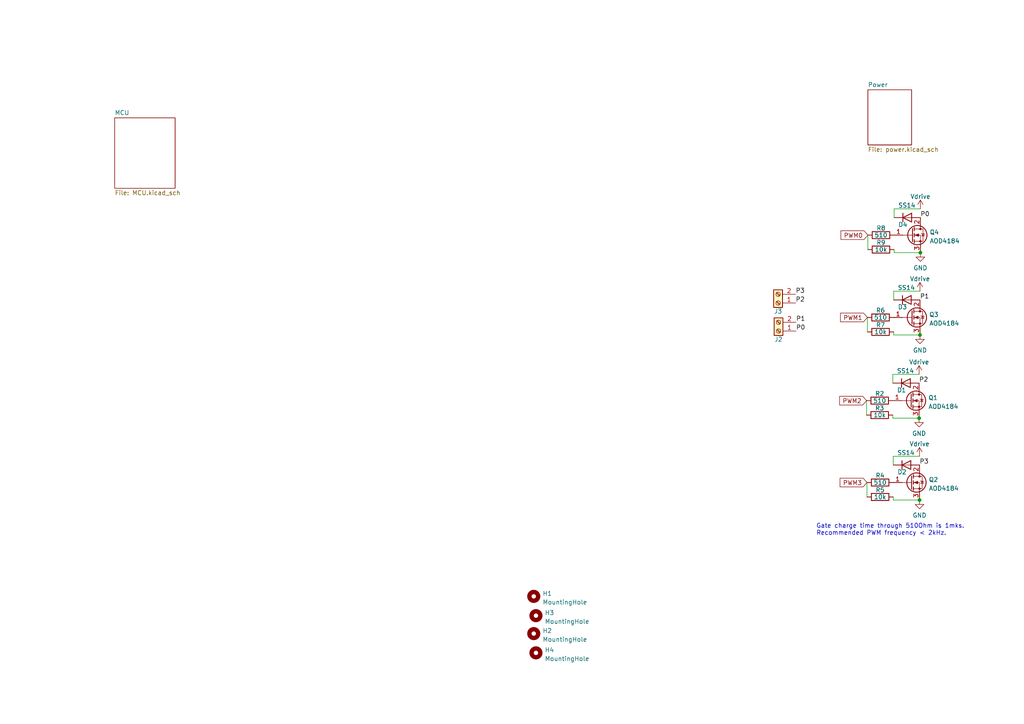
<source format=kicad_sch>
(kicad_sch (version 20211123) (generator eeschema)
  (paper "A4")
  (lib_symbols
    (symbol "Connector:Screw_Terminal_01x02" (pin_names (offset 1.016) hide)
      (property "Reference" "J" (at 0 2.54 0))
      (property "Value" "Screw_Terminal_01x02" (at 0 -5.08 0))
      (symbol "Screw_Terminal_01x02_1_1"
        (rectangle (start -1.27 1.27) (end 1.27 -3.81) (stroke (width 0.254)) (fill (type background)))
        (circle (center 0 -2.54) (radius 0.635) (stroke (width 0.1524)))
        (polyline (pts (xy -0.5334 -2.2098) (xy 0.3302 -3.048)) (stroke (width 0.1524)))
        (polyline (pts (xy -0.5334 0.3302) (xy 0.3302 -0.508)) (stroke (width 0.1524)))
        (polyline (pts (xy -0.3556 -2.032) (xy 0.508 -2.8702)) (stroke (width 0.1524)))
        (polyline (pts (xy -0.3556 0.508) (xy 0.508 -0.3302)) (stroke (width 0.1524)))
        (circle (center 0 0) (radius 0.635) (stroke (width 0.1524)))
        (pin passive line (at -5.08 0 0) (length 3.81) (name "Pin_1") (number "1"))
        (pin passive line (at -5.08 -2.54 0) (length 3.81) (name "Pin_2") (number "2"))
      )
    )
    (symbol "Device:D" (pin_numbers hide) (pin_names (offset 1.016) hide)
      (property "Reference" "D" (at 0 2.54 0))
      (property "Value" "D" (at 0 -2.54 0))
      (symbol "D_0_1"
        (polyline (pts (xy -1.27 1.27) (xy -1.27 -1.27)) (stroke (width 0.254)))
        (polyline (pts (xy 1.27 0) (xy -1.27 0)))
        (polyline (pts (xy 1.27 1.27) (xy 1.27 -1.27) (xy -1.27 0) (xy 1.27 1.27)) (stroke (width 0.254)))
      )
      (symbol "D_1_1"
        (pin passive line (at -3.81 0 0) (length 2.54) (name "K") (number "1"))
        (pin passive line (at 3.81 0 180) (length 2.54) (name "A") (number "2"))
      )
    )
    (symbol "Device:Q_NMOS_GDS" (pin_names (offset 0) hide)
      (property "Reference" "Q" (at 5.08 1.27 0))
      (property "Value" "Q_NMOS_GDS" (at 5.08 -1.27 0))
      (symbol "Q_NMOS_GDS_0_1"
        (polyline (pts (xy 0.254 0) (xy -2.54 0)))
        (polyline (pts (xy 0.254 1.905) (xy 0.254 -1.905)) (stroke (width 0.254)))
        (polyline (pts (xy 0.762 -1.27) (xy 0.762 -2.286)) (stroke (width 0.254)))
        (polyline (pts (xy 0.762 0.508) (xy 0.762 -0.508)) (stroke (width 0.254)))
        (polyline (pts (xy 0.762 2.286) (xy 0.762 1.27)) (stroke (width 0.254)))
        (polyline (pts (xy 2.54 2.54) (xy 2.54 1.778)))
        (polyline (pts (xy 2.54 -2.54) (xy 2.54 0) (xy 0.762 0)))
        (polyline (pts (xy 0.762 -1.778) (xy 3.302 -1.778) (xy 3.302 1.778) (xy 0.762 1.778)))
        (polyline (pts (xy 1.016 0) (xy 2.032 0.381) (xy 2.032 -0.381) (xy 1.016 0)) (fill (type outline)))
        (polyline (pts (xy 2.794 0.508) (xy 2.921 0.381) (xy 3.683 0.381) (xy 3.81 0.254)))
        (polyline (pts (xy 3.302 0.381) (xy 2.921 -0.254) (xy 3.683 -0.254) (xy 3.302 0.381)))
        (circle (center 1.651 0) (radius 2.794) (stroke (width 0.254)))
        (circle (center 2.54 -1.778) (radius 0.254) (fill (type outline)))
        (circle (center 2.54 1.778) (radius 0.254) (fill (type outline)))
      )
      (symbol "Q_NMOS_GDS_1_1"
        (pin input line (at -5.08 0 0) (length 2.54) (name "G") (number "1"))
        (pin passive line (at 2.54 5.08 270) (length 2.54) (name "D") (number "2"))
        (pin passive line (at 2.54 -5.08 90) (length 2.54) (name "S") (number "3"))
      )
    )
    (symbol "Device:R" (pin_numbers hide) (pin_names (offset 0))
      (property "Reference" "R" (at 2.032 0 90))
      (property "Value" "R" (at 0 0 90))
      (symbol "R_0_1"
        (rectangle (start -1.016 -2.54) (end 1.016 2.54) (stroke (width 0.254)))
      )
      (symbol "R_1_1"
        (pin passive line (at 0 3.81 270) (length 1.27) (name "~") (number "1"))
        (pin passive line (at 0 -3.81 90) (length 1.27) (name "~") (number "2"))
      )
    )
    (symbol "Mechanical:MountingHole" (pin_names (offset 1.016))
      (property "Reference" "H" (at 0 5.08 0))
      (property "Value" "MountingHole" (at 0 3.175 0))
      (symbol "MountingHole_0_1"
        (circle (center 0 0) (radius 1.27) (stroke (width 1.27)))
      )
    )
    (symbol "power:GND" (power) (pin_names (offset 0))
      (property "Value" "GND" (at 0 -3.81 0))
      (symbol "GND_0_1"
        (polyline (pts (xy 0 0) (xy 0 -1.27) (xy 1.27 -1.27) (xy 0 -2.54) (xy -1.27 -1.27) (xy 0 -1.27)))
      )
      (symbol "GND_1_1"
        (pin power_in line (at 0 0 270) (length 0) hide (name "GND") (number "1"))
      )
    )
    (symbol "power:Vdrive" (power) (pin_names (offset 0))
      (property "Value" "Vdrive" (at 0 3.81 0))
      (symbol "Vdrive_0_1"
        (polyline (pts (xy -0.762 1.27) (xy 0 2.54)))
        (polyline (pts (xy 0 0) (xy 0 2.54)))
        (polyline (pts (xy 0 2.54) (xy 0.762 1.27)))
      )
      (symbol "Vdrive_1_1"
        (pin power_in line (at 0 0 90) (length 0) hide (name "Vdrive") (number "1"))
      )
    )
  )
  (junction (at 266.954 73.279))
  (junction (at 266.827 97.155))
  (junction (at 266.573 121.285))
  (junction (at 266.7 145.034))
  (wire (pts (xy 259.08 132.334) (xy 259.08 134.874)))
  (wire (pts (xy 266.954 60.579) (xy 259.334 60.579)))
  (wire (pts (xy 259.334 73.279) (xy 259.334 72.39)))
  (wire (pts (xy 259.207 84.455) (xy 259.207 86.995)))
  (wire (pts (xy 251.46 139.954) (xy 251.46 144.145)))
  (wire (pts (xy 259.207 97.155) (xy 259.207 96.266)))
  (wire (pts (xy 266.954 73.279) (xy 259.334 73.279)))
  (wire (pts (xy 251.333 116.205) (xy 251.333 120.396)))
  (wire (pts (xy 266.827 84.455) (xy 259.207 84.455)))
  (wire (pts (xy 259.334 60.579) (xy 259.334 63.119)))
  (wire (pts (xy 251.714 68.199) (xy 251.714 72.39)))
  (wire (pts (xy 251.587 92.075) (xy 251.587 96.266)))
  (wire (pts (xy 266.7 132.334) (xy 259.08 132.334)))
  (wire (pts (xy 266.573 108.585) (xy 258.953 108.585)))
  (wire (pts (xy 259.08 145.034) (xy 259.08 144.145)))
  (wire (pts (xy 258.953 108.585) (xy 258.953 111.125)))
  (wire (pts (xy 266.827 97.155) (xy 259.207 97.155)))
  (wire (pts (xy 266.7 145.034) (xy 259.08 145.034)))
  (wire (pts (xy 258.953 121.285) (xy 258.953 120.396)))
  (wire (pts (xy 266.573 121.285) (xy 258.953 121.285)))
  (text "Gate charge time through 510Ohm is 1mks.\nRecommended PWM frequency < 2kHz." (at 236.728 155.448 0) (effects (font (size 1.27 1.27)) (justify left bottom)))
  (label "P3" (at 230.759 85.344 0))
  (label "P2" (at 230.759 87.884 0))
  (label "P3" (at 266.7 134.874 0))
  (label "P1" (at 266.827 86.995 0))
  (label "P2" (at 266.573 111.125 0))
  (label "P1" (at 230.886 93.472 0))
  (label "P0" (at 230.886 96.012 0))
  (label "P0" (at 266.954 63.119 0))
  (global_label "PWM2" (shape input) (at 251.333 116.205 180) (property "Intersheet References" "${INTERSHEET_REFS}" (effects hide)))
  (global_label "PWM1" (shape input) (at 251.587 92.075 180) (property "Intersheet References" "${INTERSHEET_REFS}" (effects hide)))
  (global_label "PWM3" (shape input) (at 251.46 139.954 180) (property "Intersheet References" "${INTERSHEET_REFS}" (effects hide)))
  (global_label "PWM0" (shape input) (at 251.714 68.199 180) (property "Intersheet References" "${INTERSHEET_REFS}" (effects hide)))
  (symbol (lib_id "Connector:Screw_Terminal_01x02") (at 225.679 87.884 180) (unit 1)
    (property "Reference" "J3" (at 225.679 90.297 0))
    (property "Value" "Screw_Terminal_01x02" (effects hide))
    (property "Footprint" "TerminalBlock_Phoenix:TerminalBlock_Phoenix_MKDS-1,5-2_1x02_P5.00mm_Horizontal" (effects hide))
  )
  (symbol (lib_id "power:Vdrive") (at 266.827 84.455 0) (unit 1)
    (property "Reference" "#PWR07" (effects hide))
    (property "Value" "Vdrive" (at 266.827 80.8792 0))
  )
  (symbol (lib_id "Mechanical:MountingHole") (at 155.448 178.562 0) (unit 1)
    (property "Reference" "H3" (at 157.988 177.7273 0) (effects (justify left)))
    (property "Value" "MountingHole" (at 157.988 180.2642 0) (effects (justify left)))
    (property "Footprint" "MountingHole:MountingHole_3.2mm_M3_DIN965_Pad" (effects hide))
  )
  (symbol (lib_id "Device:D") (at 263.144 63.119 0) (unit 1)
    (property "Reference" "D4" (at 261.874 65.151 0))
    (property "Value" "SS14" (at 263.017 59.563 0))
    (property "Footprint" "Diode_SMD:D_SMA_Handsoldering" (effects hide))
  )
  (symbol (lib_id "Device:D") (at 262.763 111.125 0) (unit 1)
    (property "Reference" "D1" (at 261.493 113.157 0))
    (property "Value" "SS14" (at 262.636 107.569 0))
    (property "Footprint" "Diode_SMD:D_SMA_Handsoldering" (effects hide))
  )
  (symbol (lib_id "Device:R") (at 255.27 144.145 90) (unit 1)
    (property "Reference" "R5" (at 255.27 142.113 90))
    (property "Value" "10k" (at 255.27 144.145 90))
    (property "Footprint" "Resistor_SMD:R_0603_1608Metric_Pad0.98x0.95mm_HandSolder" (effects hide))
  )
  (symbol (lib_id "Device:D") (at 263.017 86.995 0) (unit 1)
    (property "Reference" "D3" (at 261.747 89.027 0))
    (property "Value" "SS14" (at 262.89 83.439 0))
    (property "Footprint" "Diode_SMD:D_SMA_Handsoldering" (effects hide))
  )
  (symbol (lib_id "Mechanical:MountingHole") (at 154.813 183.769 0) (unit 1)
    (property "Reference" "H2" (at 157.353 182.9343 0) (effects (justify left)))
    (property "Value" "MountingHole" (at 157.353 185.4712 0) (effects (justify left)))
    (property "Footprint" "MountingHole:MountingHole_3.2mm_M3_DIN965_Pad" (effects hide))
  )
  (symbol (lib_id "power:GND") (at 266.827 97.155 0) (unit 1)
    (property "Reference" "#PWR08" (effects hide))
    (property "Value" "GND" (at 266.827 101.5984 0))
  )
  (symbol (lib_id "power:GND") (at 266.7 145.034 0) (unit 1)
    (property "Reference" "#PWR06" (effects hide))
    (property "Value" "GND" (at 266.7 149.4774 0))
  )
  (symbol (lib_id "power:Vdrive") (at 266.573 108.585 0) (unit 1)
    (property "Reference" "#PWR03" (effects hide))
    (property "Value" "Vdrive" (at 266.573 105.0092 0))
  )
  (symbol (lib_id "Device:R") (at 255.397 96.266 90) (unit 1)
    (property "Reference" "R7" (at 255.397 94.234 90))
    (property "Value" "10k" (at 255.397 96.266 90))
    (property "Footprint" "Resistor_SMD:R_0603_1608Metric_Pad0.98x0.95mm_HandSolder" (effects hide))
  )
  (symbol (lib_id "Device:D") (at 262.89 134.874 0) (unit 1)
    (property "Reference" "D2" (at 261.62 136.906 0))
    (property "Value" "SS14" (at 262.763 131.318 0))
    (property "Footprint" "Diode_SMD:D_SMA_Handsoldering" (effects hide))
  )
  (symbol (lib_id "Device:R") (at 255.524 72.39 90) (unit 1)
    (property "Reference" "R9" (at 255.524 70.358 90))
    (property "Value" "10k" (at 255.524 72.39 90))
    (property "Footprint" "Resistor_SMD:R_0603_1608Metric_Pad0.98x0.95mm_HandSolder" (effects hide))
  )
  (symbol (lib_id "Device:Q_NMOS_GDS") (at 264.033 116.205 0) (unit 1)
    (property "Reference" "Q1" (at 269.24 115.3703 0) (effects (justify left)))
    (property "Value" "AOD4184" (at 269.24 117.9072 0) (effects (justify left)))
    (property "Footprint" "Package_TO_SOT_SMD:TO-252-2" (effects hide))
  )
  (symbol (lib_id "power:GND") (at 266.954 73.279 0) (unit 1)
    (property "Reference" "#PWR010" (effects hide))
    (property "Value" "GND" (at 266.954 77.7224 0))
  )
  (symbol (lib_id "Device:R") (at 255.524 68.199 90) (unit 1)
    (property "Reference" "R8" (at 255.524 66.167 90))
    (property "Value" "510" (at 255.524 68.199 90))
    (property "Footprint" "Resistor_SMD:R_0603_1608Metric_Pad0.98x0.95mm_HandSolder" (effects hide))
  )
  (symbol (lib_id "Device:Q_NMOS_GDS") (at 264.287 92.075 0) (unit 1)
    (property "Reference" "Q3" (at 269.494 91.2403 0) (effects (justify left)))
    (property "Value" "AOD4184" (at 269.494 93.7772 0) (effects (justify left)))
    (property "Footprint" "Package_TO_SOT_SMD:TO-252-2" (effects hide))
  )
  (symbol (lib_id "power:GND") (at 266.573 121.285 0) (unit 1)
    (property "Reference" "#PWR04" (effects hide))
    (property "Value" "GND" (at 266.573 125.7284 0))
  )
  (symbol (lib_id "Device:R") (at 255.397 92.075 90) (unit 1)
    (property "Reference" "R6" (at 255.397 90.043 90))
    (property "Value" "510" (at 255.397 92.075 90))
    (property "Footprint" "Resistor_SMD:R_0603_1608Metric_Pad0.98x0.95mm_HandSolder" (effects hide))
  )
  (symbol (lib_id "power:Vdrive") (at 266.954 60.579 0) (unit 1)
    (property "Reference" "#PWR09" (effects hide))
    (property "Value" "Vdrive" (at 266.954 57.0032 0))
  )
  (symbol (lib_id "Mechanical:MountingHole") (at 154.813 172.974 0) (unit 1)
    (property "Reference" "H1" (at 157.353 172.1393 0) (effects (justify left)))
    (property "Value" "MountingHole" (at 157.353 174.6762 0) (effects (justify left)))
    (property "Footprint" "MountingHole:MountingHole_3.2mm_M3_DIN965_Pad" (effects hide))
  )
  (symbol (lib_id "Device:R") (at 255.143 120.396 90) (unit 1)
    (property "Reference" "R3" (at 255.143 118.364 90))
    (property "Value" "10k" (at 255.143 120.396 90))
    (property "Footprint" "Resistor_SMD:R_0603_1608Metric_Pad0.98x0.95mm_HandSolder" (effects hide))
  )
  (symbol (lib_id "Device:Q_NMOS_GDS") (at 264.414 68.199 0) (unit 1)
    (property "Reference" "Q4" (at 269.621 67.3643 0) (effects (justify left)))
    (property "Value" "AOD4184" (at 269.621 69.9012 0) (effects (justify left)))
    (property "Footprint" "Package_TO_SOT_SMD:TO-252-2" (effects hide))
  )
  (symbol (lib_id "Device:R") (at 255.143 116.205 90) (unit 1)
    (property "Reference" "R2" (at 255.143 114.173 90))
    (property "Value" "510" (at 255.143 116.205 90))
    (property "Footprint" "Resistor_SMD:R_0603_1608Metric_Pad0.98x0.95mm_HandSolder" (effects hide))
  )
  (symbol (lib_id "Mechanical:MountingHole") (at 155.448 189.357 0) (unit 1)
    (property "Reference" "H4" (at 157.988 188.5223 0) (effects (justify left)))
    (property "Value" "MountingHole" (at 157.988 191.0592 0) (effects (justify left)))
    (property "Footprint" "MountingHole:MountingHole_3.2mm_M3_DIN965_Pad" (effects hide))
  )
  (symbol (lib_id "power:Vdrive") (at 266.7 132.334 0) (unit 1)
    (property "Reference" "#PWR05" (effects hide))
    (property "Value" "Vdrive" (at 266.7 128.7582 0))
  )
  (symbol (lib_id "Connector:Screw_Terminal_01x02") (at 225.806 96.012 180) (unit 1)
    (property "Reference" "J2" (at 225.806 98.425 0))
    (property "Value" "Screw_Terminal_01x02" (effects hide))
    (property "Footprint" "TerminalBlock_Phoenix:TerminalBlock_Phoenix_MKDS-1,5-2_1x02_P5.00mm_Horizontal" (effects hide))
  )
  (symbol (lib_id "Device:R") (at 255.27 139.954 90) (unit 1)
    (property "Reference" "R4" (at 255.27 137.922 90))
    (property "Value" "510" (at 255.27 139.954 90))
    (property "Footprint" "Resistor_SMD:R_0603_1608Metric_Pad0.98x0.95mm_HandSolder" (effects hide))
  )
  (symbol (lib_id "Device:Q_NMOS_GDS") (at 264.16 139.954 0) (unit 1)
    (property "Reference" "Q2" (at 269.367 139.1193 0) (effects (justify left)))
    (property "Value" "AOD4184" (at 269.367 141.6562 0) (effects (justify left)))
    (property "Footprint" "Package_TO_SOT_SMD:TO-252-2" (effects hide))
  )
  (sheet (at 33.274 34.163) (size 17.526 20.447) (stroke (width 0.1524))
    (property "Sheet name" "MCU" (at 33.274 33.4514 0) (effects (justify left bottom)))
    (property "Sheet file" "MCU.kicad_sch" (at 33.274 55.1946 0) (effects (justify left top)))
  )
  (sheet (at 251.714 26.035) (size 12.7 16.002) (stroke (width 0.1524))
    (property "Sheet name" "Power" (at 251.714 25.3234 0) (effects (justify left bottom)))
    (property "Sheet file" "power.kicad_sch" (at 251.714 42.6216 0) (effects (justify left top)))
  )
)
</source>
